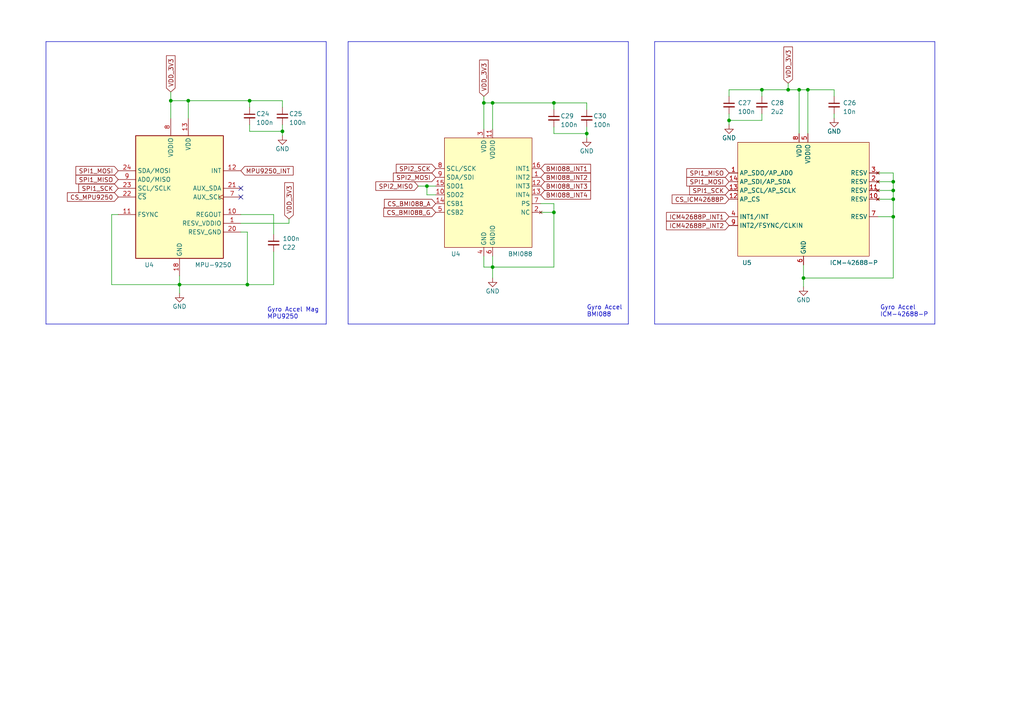
<source format=kicad_sch>
(kicad_sch (version 20230121) (generator eeschema)
  (paper "A4")
  (title_block (title "Royal Penguin") (date "2023-05-23") (rev "2.0") (company "Aerokitties"))
  (lib_symbols
    (symbol "Device:C_Small" (pin_numbers hide) (pin_names (offset 0.254) hide)
      (property "Reference" "C" (at 0.254 1.778 0))
      (property "Value" "C_Small" (at 0.254 -2.032 0))
      (symbol "C_Small_0_1"
        (polyline (pts (xy -1.524 -0.508) (xy 1.524 -0.508)) (stroke (width 0.3302)))
        (polyline (pts (xy -1.524 0.508) (xy 1.524 0.508)) (stroke (width 0.3048)))
      )
      (symbol "C_Small_1_1"
        (pin passive line (at 0 2.54 270) (length 2.032) (name "~") (number "1"))
        (pin passive line (at 0 -2.54 90) (length 2.032) (name "~") (number "2"))
      )
    )
    (symbol "GND_1" (power) (pin_names (offset 0))
      (property "Value" "GND_1" (at 0 -3.81 0))
      (symbol "GND_1_0_1"
        (polyline (pts (xy 0 0) (xy 0 -1.27) (xy 1.27 -1.27) (xy 0 -2.54) (xy -1.27 -1.27) (xy 0 -1.27)))
      )
      (symbol "GND_1_1_1"
        (pin power_in line (at 0 0 270) (length 0) hide (name "GND") (number "1"))
      )
    )
    (symbol "GND_2" (power) (pin_names (offset 0))
      (property "Value" "GND_2" (at 0 -3.81 0))
      (symbol "GND_2_0_1"
        (polyline (pts (xy 0 0) (xy 0 -1.27) (xy 1.27 -1.27) (xy 0 -2.54) (xy -1.27 -1.27) (xy 0 -1.27)))
      )
      (symbol "GND_2_1_1"
        (pin power_in line (at 0 0 270) (length 0) hide (name "GND") (number "1"))
      )
    )
    (symbol "GND_3" (power) (pin_names (offset 0))
      (property "Value" "GND_3" (at 0 -3.81 0))
      (symbol "GND_3_0_1"
        (polyline (pts (xy 0 0) (xy 0 -1.27) (xy 1.27 -1.27) (xy 0 -2.54) (xy -1.27 -1.27) (xy 0 -1.27)))
      )
      (symbol "GND_3_1_1"
        (pin power_in line (at 0 0 270) (length 0) hide (name "GND") (number "1"))
      )
    )
    (symbol "GND_4" (power) (pin_names (offset 0))
      (property "Value" "GND_4" (at 0 -3.81 0))
      (symbol "GND_4_0_1"
        (polyline (pts (xy 0 0) (xy 0 -1.27) (xy 1.27 -1.27) (xy 0 -2.54) (xy -1.27 -1.27) (xy 0 -1.27)))
      )
      (symbol "GND_4_1_1"
        (pin power_in line (at 0 0 270) (length 0) hide (name "GND") (number "1"))
      )
    )
    (symbol "GND_5" (power) (pin_names (offset 0))
      (property "Value" "GND_5" (at 0 -3.81 0))
      (symbol "GND_5_0_1"
        (polyline (pts (xy 0 0) (xy 0 -1.27) (xy 1.27 -1.27) (xy 0 -2.54) (xy -1.27 -1.27) (xy 0 -1.27)))
      )
      (symbol "GND_5_1_1"
        (pin power_in line (at 0 0 270) (length 0) hide (name "GND") (number "1"))
      )
    )
    (symbol "Sensor_Motion:MPU-9250"
      (property "Reference" "U" (at -11.43 19.05 0))
      (property "Value" "MPU-9250" (at 7.62 -19.05 0))
      (symbol "MPU-9250_0_1"
        (rectangle (start -12.7 17.78) (end 12.7 -17.78) (stroke (width 0.254)) (fill (type background)))
      )
      (symbol "MPU-9250_1_1"
        (pin input line (at 17.78 -7.62 180) (length 5.08) (name "RESV_VDDIO") (number "1"))
        (pin passive line (at 17.78 -5.08 180) (length 5.08) (name "REGOUT") (number "10"))
        (pin input line (at -17.78 -5.08 0) (length 5.08) (name "FSYNC") (number "11"))
        (pin output line (at 17.78 7.62 180) (length 5.08) (name "INT") (number "12"))
        (pin power_in line (at 2.54 22.86 270) (length 5.08) (name "VDD") (number "13"))
        (pin power_in line (at 0 -22.86 90) (length 5.08) (name "GND") (number "18"))
        (pin power_in line (at 17.78 -10.16 180) (length 5.08) (name "RESV_GND") (number "20"))
        (pin bidirectional line (at 17.78 2.54 180) (length 5.08) (name "AUX_SDA") (number "21"))
        (pin input line (at -17.78 0 0) (length 5.08) (name "~{CS}") (number "22"))
        (pin input line (at -17.78 2.54 0) (length 5.08) (name "SCL/SCLK") (number "23"))
        (pin bidirectional line (at -17.78 7.62 0) (length 5.08) (name "SDA/MOSI") (number "24"))
        (pin output clock (at 17.78 0 180) (length 5.08) (name "AUX_SCL") (number "7"))
        (pin power_in line (at -2.54 22.86 270) (length 5.08) (name "VDDIO") (number "8"))
        (pin bidirectional line (at -17.78 5.08 0) (length 5.08) (name "AD0/MISO") (number "9"))
      )
    )
    (symbol "power:GND" (power) (pin_names (offset 0))
      (property "Value" "GND" (at 0 -3.81 0))
      (symbol "GND_0_1"
        (polyline (pts (xy 0 0) (xy 0 -1.27) (xy 1.27 -1.27) (xy 0 -2.54) (xy -1.27 -1.27) (xy 0 -1.27)))
      )
      (symbol "GND_1_1"
        (pin power_in line (at 0 0 270) (length 0) hide (name "GND") (number "1"))
      )
    )
    (symbol "user_lib:BMI088"
      (property "Reference" "U" (at 8.89 -17.78 0))
      (property "Value" "BMI088" (at -8.89 -17.78 0))
      (symbol "BMI088_1_1"
        (rectangle (start -12.7 15.24) (end 12.7 -16.51) (fill (type background)))
        (pin bidirectional line (at 15.24 3.81 180) (length 2.54) (name "INT2") (number "1"))
        (pin output line (at -15.24 -1.27 0) (length 2.54) (name "SDO2") (number "10"))
        (pin power_in line (at 1.27 17.78 270) (length 2.54) (name "VDDIO") (number "11"))
        (pin bidirectional line (at 15.24 1.27 180) (length 2.54) (name "INT3") (number "12"))
        (pin bidirectional line (at 15.24 -1.27 180) (length 2.54) (name "INT4") (number "13"))
        (pin input line (at -15.24 -3.81 0) (length 2.54) (name "CSB1") (number "14"))
        (pin output line (at -15.24 1.27 0) (length 2.54) (name "SDO1") (number "15"))
        (pin bidirectional line (at 15.24 6.35 180) (length 2.54) (name "INT1") (number "16"))
        (pin no_connect line (at 15.24 -6.35 180) (length 2.54) (name "NC") (number "2"))
        (pin power_in line (at -1.27 17.78 270) (length 2.54) (name "VDD") (number "3"))
        (pin power_in line (at -1.27 -19.05 90) (length 2.54) (name "GND") (number "4"))
        (pin input line (at -15.24 -6.35 0) (length 2.54) (name "CSB2") (number "5"))
        (pin power_in line (at 1.27 -19.05 90) (length 2.54) (name "GNDIO") (number "6"))
        (pin input line (at 15.24 -3.81 180) (length 2.54) (name "PS") (number "7"))
        (pin input line (at -15.24 6.35 0) (length 2.54) (name "SCL/SCK") (number "8"))
        (pin bidirectional line (at -15.24 3.81 0) (length 2.54) (name "SDA/SDI") (number "9"))
      )
    )
    (symbol "user_lib:ICM-42688-P"
      (property "Reference" "U" (at -19.05 -21.59 0))
      (property "Value" "ICM-42688-P" (at 16.51 -21.59 0))
      (symbol "ICM-42688-P_1_1"
        (rectangle (start -19.05 13.97) (end 19.05 -19.05) (fill (type background)))
        (pin output line (at -21.59 5.08 0) (length 2.54) (name "AP_SDO/AP_AD0") (number "1"))
        (pin no_connect line (at 21.59 -2.54 180) (length 2.54) (name "RESV") (number "10"))
        (pin no_connect line (at 21.59 0 180) (length 2.54) (name "RESV") (number "11"))
        (pin input line (at -21.59 -2.54 0) (length 2.54) (name "AP_CS") (number "12"))
        (pin input line (at -21.59 0 0) (length 2.54) (name "AP_SCL/AP_SCLK") (number "13"))
        (pin input line (at -21.59 2.54 0) (length 2.54) (name "AP_SDI/AP_SDA") (number "14"))
        (pin no_connect line (at 21.59 2.54 180) (length 2.54) (name "RESV") (number "2"))
        (pin no_connect line (at 21.59 5.08 180) (length 2.54) (name "RESV") (number "3"))
        (pin output line (at -21.59 -7.62 0) (length 2.54) (name "INT1/INT") (number "4"))
        (pin power_in line (at 1.27 16.51 270) (length 2.54) (name "VDDIO") (number "5"))
        (pin power_in line (at 0 -21.59 90) (length 2.54) (name "GND") (number "6"))
        (pin unspecified line (at 21.59 -7.62 180) (length 2.54) (name "RESV") (number "7"))
        (pin power_in line (at -1.27 16.51 270) (length 2.54) (name "VDD") (number "8"))
        (pin output line (at -21.59 -10.16 0) (length 2.54) (name "INT2/FSYNC/CLKIN") (number "9"))
      )
    )
  )
  (junction (at 228.6 26.035))
  (junction (at 52.07 82.55))
  (junction (at 54.61 29.21))
  (junction (at 142.875 77.47))
  (junction (at 72.39 29.21))
  (junction (at 211.455 34.925))
  (junction (at 259.08 57.785))
  (junction (at 170.18 38.735))
  (junction (at 234.315 26.035))
  (junction (at 259.08 55.245))
  (junction (at 81.915 38.1))
  (junction (at 71.755 82.55))
  (junction (at 233.045 80.645))
  (junction (at 142.875 29.845))
  (junction (at 259.08 52.705))
  (junction (at 123.825 53.975))
  (junction (at 160.655 61.595))
  (junction (at 140.335 29.845))
  (junction (at 259.08 62.865))
  (junction (at 231.775 26.035))
  (junction (at 160.655 29.845))
  (junction (at 220.98 26.035))
  (junction (at 49.53 29.21))
  (no_connect (at 69.85 57.15))
  (no_connect (at 69.85 54.61))
  (wire (pts (xy 234.315 26.035) (xy 241.935 26.035)))
  (wire (pts (xy 170.18 31.75) (xy 170.18 29.845)))
  (wire (pts (xy 170.18 38.735) (xy 170.18 40.005)))
  (wire (pts (xy 211.455 34.925) (xy 211.455 33.02)))
  (wire (pts (xy 52.07 82.55) (xy 71.755 82.55)))
  (wire (pts (xy 160.655 59.055) (xy 160.655 61.595)))
  (wire (pts (xy 170.18 36.83) (xy 170.18 38.735)))
  (polyline (pts (xy 13.335 12.065) (xy 13.335 93.98)))
  (polyline (pts (xy 271.145 93.98) (xy 189.865 93.98)))
  (polyline (pts (xy 271.145 12.065) (xy 271.145 93.98)))
  (polyline (pts (xy 182.245 93.98) (xy 100.965 93.98)))
  (polyline (pts (xy 100.965 12.065) (xy 100.965 93.98)))
  (wire (pts (xy 160.655 61.595) (xy 156.845 61.595)))
  (wire (pts (xy 54.61 29.21) (xy 72.39 29.21)))
  (wire (pts (xy 49.53 29.21) (xy 54.61 29.21)))
  (wire (pts (xy 142.875 74.295) (xy 142.875 77.47)))
  (wire (pts (xy 69.85 67.31) (xy 71.755 67.31)))
  (wire (pts (xy 49.53 26.67) (xy 49.53 29.21)))
  (wire (pts (xy 231.775 26.035) (xy 231.775 38.735)))
  (wire (pts (xy 79.375 73.025) (xy 79.375 82.55)))
  (wire (pts (xy 160.655 36.83) (xy 160.655 38.735)))
  (wire (pts (xy 81.915 36.195) (xy 81.915 38.1)))
  (wire (pts (xy 241.935 33.02) (xy 241.935 34.29)))
  (wire (pts (xy 72.39 36.195) (xy 72.39 38.1)))
  (wire (pts (xy 69.85 64.77) (xy 83.82 64.77)))
  (wire (pts (xy 160.655 77.47) (xy 160.655 61.595)))
  (polyline (pts (xy 189.865 12.065) (xy 189.865 93.98)))
  (wire (pts (xy 140.335 74.295) (xy 140.335 77.47)))
  (wire (pts (xy 228.6 24.13) (xy 228.6 26.035)))
  (wire (pts (xy 52.07 82.55) (xy 52.07 85.09)))
  (wire (pts (xy 69.85 62.23) (xy 79.375 62.23)))
  (wire (pts (xy 228.6 26.035) (xy 231.775 26.035)))
  (wire (pts (xy 211.455 26.035) (xy 211.455 27.94)))
  (wire (pts (xy 49.53 29.21) (xy 49.53 34.29)))
  (wire (pts (xy 142.875 29.845) (xy 142.875 37.465)))
  (wire (pts (xy 142.875 77.47) (xy 142.875 80.645)))
  (wire (pts (xy 233.045 80.645) (xy 233.045 83.185)))
  (polyline (pts (xy 100.965 12.065) (xy 182.245 12.065)))
  (wire (pts (xy 52.07 82.55) (xy 32.385 82.55)))
  (wire (pts (xy 220.98 26.035) (xy 220.98 27.94)))
  (polyline (pts (xy 94.615 12.065) (xy 94.615 93.98)))
  (wire (pts (xy 79.375 62.23) (xy 79.375 67.945)))
  (wire (pts (xy 233.045 76.835) (xy 233.045 80.645)))
  (polyline (pts (xy 94.615 93.98) (xy 13.335 93.98)))
  (wire (pts (xy 142.875 77.47) (xy 160.655 77.47)))
  (wire (pts (xy 79.375 82.55) (xy 71.755 82.55)))
  (polyline (pts (xy 189.865 12.065) (xy 271.145 12.065)))
  (wire (pts (xy 121.285 53.975) (xy 123.825 53.975)))
  (wire (pts (xy 241.935 26.035) (xy 241.935 27.94)))
  (wire (pts (xy 140.335 77.47) (xy 142.875 77.47)))
  (wire (pts (xy 234.315 26.035) (xy 234.315 38.735)))
  (wire (pts (xy 254.635 55.245) (xy 259.08 55.245)))
  (wire (pts (xy 72.39 29.21) (xy 81.915 29.21)))
  (wire (pts (xy 211.455 34.925) (xy 211.455 36.195)))
  (wire (pts (xy 160.655 29.845) (xy 160.655 31.75)))
  (wire (pts (xy 72.39 38.1) (xy 81.915 38.1)))
  (wire (pts (xy 220.98 26.035) (xy 211.455 26.035)))
  (wire (pts (xy 32.385 62.23) (xy 32.385 82.55)))
  (wire (pts (xy 254.635 62.865) (xy 259.08 62.865)))
  (wire (pts (xy 81.915 38.1) (xy 81.915 39.37)))
  (wire (pts (xy 220.98 34.925) (xy 211.455 34.925)))
  (wire (pts (xy 54.61 29.21) (xy 54.61 34.29)))
  (wire (pts (xy 220.98 33.02) (xy 220.98 34.925)))
  (wire (pts (xy 259.08 57.785) (xy 259.08 62.865)))
  (wire (pts (xy 123.825 53.975) (xy 126.365 53.975)))
  (wire (pts (xy 156.845 59.055) (xy 160.655 59.055)))
  (wire (pts (xy 140.335 29.845) (xy 142.875 29.845)))
  (wire (pts (xy 254.635 52.705) (xy 259.08 52.705)))
  (wire (pts (xy 160.655 29.845) (xy 170.18 29.845)))
  (wire (pts (xy 259.08 62.865) (xy 259.08 80.645)))
  (wire (pts (xy 220.98 26.035) (xy 228.6 26.035)))
  (wire (pts (xy 52.07 80.01) (xy 52.07 82.55)))
  (wire (pts (xy 140.335 29.845) (xy 140.335 37.465)))
  (wire (pts (xy 126.365 56.515) (xy 123.825 56.515)))
  (wire (pts (xy 259.08 55.245) (xy 259.08 57.785)))
  (wire (pts (xy 231.775 26.035) (xy 234.315 26.035)))
  (wire (pts (xy 140.335 27.94) (xy 140.335 29.845)))
  (wire (pts (xy 259.08 80.645) (xy 233.045 80.645)))
  (polyline (pts (xy 13.335 12.065) (xy 94.615 12.065)))
  (wire (pts (xy 254.635 57.785) (xy 259.08 57.785)))
  (wire (pts (xy 71.755 67.31) (xy 71.755 82.55)))
  (wire (pts (xy 160.655 38.735) (xy 170.18 38.735)))
  (wire (pts (xy 83.82 64.77) (xy 83.82 63.5)))
  (polyline (pts (xy 182.245 12.065) (xy 182.245 93.98)))
  (wire (pts (xy 142.875 29.845) (xy 160.655 29.845)))
  (wire (pts (xy 123.825 56.515) (xy 123.825 53.975)))
  (wire (pts (xy 72.39 29.21) (xy 72.39 31.115)))
  (wire (pts (xy 259.08 50.165) (xy 259.08 52.705)))
  (wire (pts (xy 259.08 52.705) (xy 259.08 55.245)))
  (wire (pts (xy 81.915 31.115) (xy 81.915 29.21)))
  (wire (pts (xy 254.635 50.165) (xy 259.08 50.165)))
  (wire (pts (xy 34.29 62.23) (xy 32.385 62.23)))
  (text "Gyro Accel\nBMI088" (at 170.18 92.075 0) (effects (font (size 1.27 1.27)) (justify left bottom)))
  (text "Gyro Accel Mag\nMPU9250" (at 77.47 92.71 0) (effects (font (size 1.27 1.27)) (justify left bottom)))
  (text "Gyro Accel\nICM-42688-P" (at 255.27 92.075 0) (effects (font (size 1.27 1.27)) (justify left bottom)))
  (global_label "CS_BMI088_A" (shape input) (at 126.365 59.055 180) (property "Intersheetrefs" "${INTERSHEET_REFS}" (effects hide)))
  (global_label "SPI1_MOSI" (shape input) (at 34.29 49.53 180) (property "Intersheetrefs" "${INTERSHEET_REFS}" (effects hide)))
  (global_label "MPU9250_INT" (shape input) (at 69.85 49.53 0) (property "Intersheetrefs" "${INTERSHEET_REFS}" (effects hide)))
  (global_label "VDD_3V3" (shape input) (at 83.82 63.5 90) (property "Intersheetrefs" "${INTERSHEET_REFS}" (effects hide)))
  (global_label "SPI1_SCK" (shape input) (at 211.455 55.245 180) (property "Intersheetrefs" "${INTERSHEET_REFS}" (effects hide)))
  (global_label "SPI2_MOSI" (shape input) (at 126.365 51.435 180) (property "Intersheetrefs" "${INTERSHEET_REFS}" (effects hide)))
  (global_label "BMI088_INT4" (shape input) (at 156.845 56.515 0) (property "Intersheetrefs" "${INTERSHEET_REFS}" (effects hide)))
  (global_label "VDD_3V3" (shape input) (at 228.6 24.13 90) (property "Intersheetrefs" "${INTERSHEET_REFS}" (effects hide)))
  (global_label "CS_BMI088_G" (shape input) (at 126.365 61.595 180) (property "Intersheetrefs" "${INTERSHEET_REFS}" (effects hide)))
  (global_label "SPI1_SCK" (shape input) (at 34.29 54.61 180) (property "Intersheetrefs" "${INTERSHEET_REFS}" (effects hide)))
  (global_label "SPI1_MOSI" (shape input) (at 211.455 52.705 180) (property "Intersheetrefs" "${INTERSHEET_REFS}" (effects hide)))
  (global_label "CS_MPU9250" (shape input) (at 34.29 57.15 180) (property "Intersheetrefs" "${INTERSHEET_REFS}" (effects hide)))
  (global_label "SPI1_MISO" (shape input) (at 34.29 52.07 180) (property "Intersheetrefs" "${INTERSHEET_REFS}" (effects hide)))
  (global_label "CS_ICM42688P" (shape input) (at 211.455 57.785 180) (property "Intersheetrefs" "${INTERSHEET_REFS}" (effects hide)))
  (global_label "ICM42688P_INT2" (shape input) (at 211.455 65.405 180) (property "Intersheetrefs" "${INTERSHEET_REFS}" (effects hide)))
  (global_label "ICM42688P_INT1" (shape input) (at 211.455 62.865 180) (property "Intersheetrefs" "${INTERSHEET_REFS}" (effects hide)))
  (global_label "BMI088_INT2" (shape input) (at 156.845 51.435 0) (property "Intersheetrefs" "${INTERSHEET_REFS}" (effects hide)))
  (global_label "SPI2_MISO" (shape input) (at 121.285 53.975 180) (property "Intersheetrefs" "${INTERSHEET_REFS}" (effects hide)))
  (global_label "SPI1_MISO" (shape input) (at 211.455 50.165 180) (property "Intersheetrefs" "${INTERSHEET_REFS}" (effects hide)))
  (global_label "VDD_3V3" (shape input) (at 140.335 27.94 90) (property "Intersheetrefs" "${INTERSHEET_REFS}" (effects hide)))
  (global_label "BMI088_INT1" (shape input) (at 156.845 48.895 0) (property "Intersheetrefs" "${INTERSHEET_REFS}" (effects hide)))
  (global_label "VDD_3V3" (shape input) (at 49.53 26.67 90) (property "Intersheetrefs" "${INTERSHEET_REFS}" (effects hide)))
  (global_label "BMI088_INT3" (shape input) (at 156.845 53.975 0) (property "Intersheetrefs" "${INTERSHEET_REFS}" (effects hide)))
  (global_label "SPI2_SCK" (shape input) (at 126.365 48.895 180) (property "Intersheetrefs" "${INTERSHEET_REFS}" (effects hide)))
  (symbol (lib_id "Device:C_Small") (at 211.455 30.48 0) (unit 1)
    (property "Reference" "C27" (at 213.995 29.8513 0) (effects (justify left)))
    (property "Value" "100n" (at 213.995 32.3913 0) (effects (justify left)))
    (property "Footprint" "Capacitor_SMD:C_0603_1608Metric" (effects hide))
  )
  (symbol (lib_name "GND_2") (lib_id "power:GND") (at 81.915 39.37 0) (unit 1)
    (property "Reference" "#PWR033" (effects hide))
    (property "Value" "GND" (at 81.915 43.18 0))
  )
  (symbol (lib_id "Device:C_Small") (at 160.655 34.29 0) (unit 1)
    (property "Reference" "C29" (at 162.56 33.655 0) (effects (justify left)))
    (property "Value" "100n" (at 162.56 36.195 0) (effects (justify left)))
    (property "Footprint" "Capacitor_SMD:C_0603_1608Metric" (effects hide))
  )
  (symbol (lib_name "GND_5") (lib_id "power:GND") (at 241.935 34.29 0) (unit 1)
    (property "Reference" "#PWR049" (effects hide))
    (property "Value" "GND" (at 241.935 38.1 0))
  )
  (symbol (lib_name "GND_4") (lib_id "power:GND") (at 211.455 36.195 0) (unit 1)
    (property "Reference" "#PWR034" (effects hide))
    (property "Value" "GND" (at 211.455 40.005 0))
  )
  (symbol (lib_id "Device:C_Small") (at 170.18 34.29 0) (unit 1)
    (property "Reference" "C30" (at 172.085 33.655 0) (effects (justify left)))
    (property "Value" "100n" (at 172.085 36.195 0) (effects (justify left)))
    (property "Footprint" "Capacitor_SMD:C_0603_1608Metric" (effects hide))
  )
  (symbol (lib_id "Device:C_Small") (at 81.915 33.655 0) (unit 1)
    (property "Reference" "C25" (at 83.82 33.02 0) (effects (justify left)))
    (property "Value" "100n" (at 83.82 35.56 0) (effects (justify left)))
    (property "Footprint" "Capacitor_SMD:C_0603_1608Metric" (effects hide))
  )
  (symbol (lib_name "GND_1") (lib_id "power:GND") (at 142.875 80.645 0) (unit 1)
    (property "Reference" "#PWR036" (effects hide))
    (property "Value" "GND" (at 142.875 84.455 0))
  )
  (symbol (lib_id "Device:C_Small") (at 79.375 70.485 0) (unit 1)
    (property "Reference" "C22" (at 83.82 71.755 0))
    (property "Value" "100n" (at 84.455 69.215 0))
    (property "Footprint" "Capacitor_SMD:C_0603_1608Metric" (effects hide))
    (instances (project "1.3" (path "" (reference "C22") (unit 1))) (project "2.0" (path "" (reference "C31") (unit 1))))
  )
  (symbol (lib_id "Device:C_Small") (at 220.98 30.48 0) (unit 1)
    (property "Reference" "C28" (at 223.52 29.8513 0) (effects (justify left)))
    (property "Value" "2u2" (at 223.52 32.3913 0) (effects (justify left)))
    (property "Footprint" "Capacitor_SMD:C_0603_1608Metric" (effects hide))
  )
  (symbol (lib_id "power:GND") (at 52.07 85.09 0) (unit 1)
    (property "Reference" "#PWR033" (effects hide))
    (property "Value" "GND" (at 52.07 88.9 0))
    (instances (project "1.3" (path "" (reference "#PWR033") (unit 1))) (project "2.0" (path "" (reference "#PWR038") (unit 1))))
  )
  (symbol (lib_id "user_lib:ICM-42688-P") (at 233.045 55.245 0) (unit 1)
    (property "Reference" "U5" (at 215.265 76.2 0) (effects (justify left)))
    (property "Value" "ICM-42688-P" (at 240.665 76.2 0) (effects (justify left)))
    (property "Footprint" "user_lib:LGA-14_2.5x3x0.91mm" (effects hide))
  )
  (symbol (lib_id "Device:C_Small") (at 72.39 33.655 0) (unit 1)
    (property "Reference" "C24" (at 74.295 33.02 0) (effects (justify left)))
    (property "Value" "100n" (at 74.295 35.56 0) (effects (justify left)))
    (property "Footprint" "Capacitor_SMD:C_0603_1608Metric" (effects hide))
  )
  (symbol (lib_name "GND_3") (lib_id "power:GND") (at 233.045 83.185 0) (unit 1)
    (property "Reference" "#PWR037" (effects hide))
    (property "Value" "GND" (at 233.045 86.995 0))
  )
  (symbol (lib_name "GND_2") (lib_id "power:GND") (at 170.18 40.005 0) (unit 1)
    (property "Reference" "#PWR035" (effects hide))
    (property "Value" "GND" (at 170.18 43.815 0))
  )
  (symbol (lib_id "Device:C_Small") (at 241.935 30.48 0) (unit 1)
    (property "Reference" "C26" (at 244.475 29.8513 0) (effects (justify left)))
    (property "Value" "10n" (at 244.475 32.3913 0) (effects (justify left)))
    (property "Footprint" "Capacitor_SMD:C_0603_1608Metric" (effects hide))
  )
  (symbol (lib_id "user_lib:BMI088") (at 141.605 55.245 0) (unit 1)
    (property "Reference" "U4" (at 130.81 73.66 0) (effects (justify left)))
    (property "Value" "BMI088" (at 147.32 73.66 0) (effects (justify left)))
    (property "Footprint" "user_lib:LGA-16_3x4.5x0.95mm" (effects hide))
  )
  (symbol (lib_id "Sensor_Motion:MPU-9250") (at 52.07 57.15 0) (unit 1)
    (property "Reference" "U4" (at 41.91 76.835 0) (effects (justify left)))
    (property "Value" "MPU-9250" (at 56.515 76.835 0) (effects (justify left)))
    (property "Footprint" "Sensor_Motion:InvenSense_QFN-24_3x3mm_P0.4mm" (effects hide))
    (property "Datasheet" "https://store.invensense.com/datasheets/invensense/MPU9250REV1.0.pdf" (effects hide))
    (instances (project "1.3" (path "" (reference "U4") (unit 1))) (project "2.0" (path "" (reference "U6") (unit 1))))
  )
)
</source>
